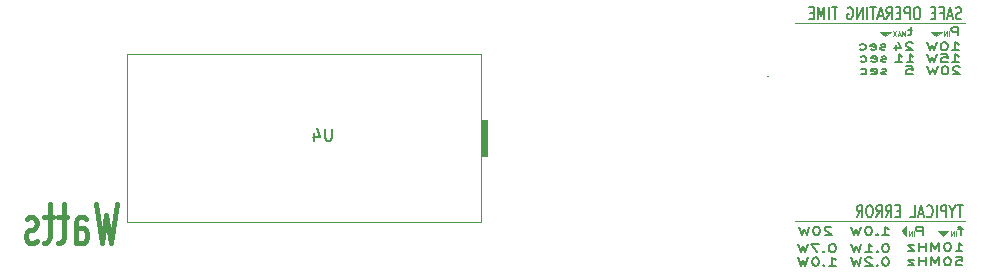
<source format=gbr>
%TF.GenerationSoftware,KiCad,Pcbnew,(5.1.6-0-10_14)*%
%TF.CreationDate,2021-03-20T12:43:37-06:00*%
%TF.ProjectId,rf_dummy_50ohm_20W,72665f64-756d-46d7-995f-35306f686d5f,rev?*%
%TF.SameCoordinates,Original*%
%TF.FileFunction,Legend,Bot*%
%TF.FilePolarity,Positive*%
%FSLAX46Y46*%
G04 Gerber Fmt 4.6, Leading zero omitted, Abs format (unit mm)*
G04 Created by KiCad (PCBNEW (5.1.6-0-10_14)) date 2021-03-20 12:43:37*
%MOMM*%
%LPD*%
G01*
G04 APERTURE LIST*
%ADD10C,0.120000*%
%ADD11C,0.100000*%
%ADD12C,0.150000*%
%ADD13C,0.075000*%
%ADD14C,0.130000*%
%ADD15C,0.175000*%
%ADD16C,0.400000*%
%ADD17O,1.700000X1.700000*%
%ADD18C,1.700000*%
%ADD19O,1.600000X1.600000*%
%ADD20R,1.600000X1.600000*%
%ADD21C,2.100000*%
%ADD22C,3.100000*%
%ADD23O,1.800000X1.800000*%
%ADD24R,1.800000X1.800000*%
G04 APERTURE END LIST*
D10*
X178816000Y-92265500D02*
X178879500Y-92265500D01*
D11*
G36*
X188849000Y-88900000D02*
G01*
X188404500Y-88519000D01*
X189293500Y-88519000D01*
X188849000Y-88900000D01*
G37*
X188849000Y-88900000D02*
X188404500Y-88519000D01*
X189293500Y-88519000D01*
X188849000Y-88900000D01*
D12*
X191132761Y-88369000D02*
X190751809Y-88369000D01*
X190989904Y-88135666D02*
X190989904Y-88735666D01*
X190942285Y-88802333D01*
X190847047Y-88835666D01*
X190751809Y-88835666D01*
D13*
X190550738Y-88890452D02*
X190550738Y-88490452D01*
X190417404Y-88776166D01*
X190284071Y-88490452D01*
X190284071Y-88890452D01*
X190112642Y-88776166D02*
X189922166Y-88776166D01*
X190150738Y-88890452D02*
X190017404Y-88490452D01*
X189884071Y-88890452D01*
X189788833Y-88490452D02*
X189522166Y-88890452D01*
X189522166Y-88490452D02*
X189788833Y-88890452D01*
D14*
X188917333Y-92104333D02*
X188822095Y-92137666D01*
X188631619Y-92137666D01*
X188536380Y-92104333D01*
X188488761Y-92037666D01*
X188488761Y-92004333D01*
X188536380Y-91937666D01*
X188631619Y-91904333D01*
X188774476Y-91904333D01*
X188869714Y-91871000D01*
X188917333Y-91804333D01*
X188917333Y-91771000D01*
X188869714Y-91704333D01*
X188774476Y-91671000D01*
X188631619Y-91671000D01*
X188536380Y-91704333D01*
X187679238Y-92104333D02*
X187774476Y-92137666D01*
X187964952Y-92137666D01*
X188060190Y-92104333D01*
X188107809Y-92037666D01*
X188107809Y-91771000D01*
X188060190Y-91704333D01*
X187964952Y-91671000D01*
X187774476Y-91671000D01*
X187679238Y-91704333D01*
X187631619Y-91771000D01*
X187631619Y-91837666D01*
X188107809Y-91904333D01*
X186774476Y-92104333D02*
X186869714Y-92137666D01*
X187060190Y-92137666D01*
X187155428Y-92104333D01*
X187203047Y-92071000D01*
X187250666Y-92004333D01*
X187250666Y-91804333D01*
X187203047Y-91737666D01*
X187155428Y-91704333D01*
X187060190Y-91671000D01*
X186869714Y-91671000D01*
X186774476Y-91704333D01*
X188917333Y-91024833D02*
X188822095Y-91058166D01*
X188631619Y-91058166D01*
X188536380Y-91024833D01*
X188488761Y-90958166D01*
X188488761Y-90924833D01*
X188536380Y-90858166D01*
X188631619Y-90824833D01*
X188774476Y-90824833D01*
X188869714Y-90791500D01*
X188917333Y-90724833D01*
X188917333Y-90691500D01*
X188869714Y-90624833D01*
X188774476Y-90591500D01*
X188631619Y-90591500D01*
X188536380Y-90624833D01*
X187679238Y-91024833D02*
X187774476Y-91058166D01*
X187964952Y-91058166D01*
X188060190Y-91024833D01*
X188107809Y-90958166D01*
X188107809Y-90691500D01*
X188060190Y-90624833D01*
X187964952Y-90591500D01*
X187774476Y-90591500D01*
X187679238Y-90624833D01*
X187631619Y-90691500D01*
X187631619Y-90758166D01*
X188107809Y-90824833D01*
X186774476Y-91024833D02*
X186869714Y-91058166D01*
X187060190Y-91058166D01*
X187155428Y-91024833D01*
X187203047Y-90991500D01*
X187250666Y-90924833D01*
X187250666Y-90724833D01*
X187203047Y-90658166D01*
X187155428Y-90624833D01*
X187060190Y-90591500D01*
X186869714Y-90591500D01*
X186774476Y-90624833D01*
X188853833Y-90008833D02*
X188758595Y-90042166D01*
X188568119Y-90042166D01*
X188472880Y-90008833D01*
X188425261Y-89942166D01*
X188425261Y-89908833D01*
X188472880Y-89842166D01*
X188568119Y-89808833D01*
X188710976Y-89808833D01*
X188806214Y-89775500D01*
X188853833Y-89708833D01*
X188853833Y-89675500D01*
X188806214Y-89608833D01*
X188710976Y-89575500D01*
X188568119Y-89575500D01*
X188472880Y-89608833D01*
X187615738Y-90008833D02*
X187710976Y-90042166D01*
X187901452Y-90042166D01*
X187996690Y-90008833D01*
X188044309Y-89942166D01*
X188044309Y-89675500D01*
X187996690Y-89608833D01*
X187901452Y-89575500D01*
X187710976Y-89575500D01*
X187615738Y-89608833D01*
X187568119Y-89675500D01*
X187568119Y-89742166D01*
X188044309Y-89808833D01*
X186710976Y-90008833D02*
X186806214Y-90042166D01*
X186996690Y-90042166D01*
X187091928Y-90008833D01*
X187139547Y-89975500D01*
X187187166Y-89908833D01*
X187187166Y-89708833D01*
X187139547Y-89642166D01*
X187091928Y-89608833D01*
X186996690Y-89575500D01*
X186806214Y-89575500D01*
X186710976Y-89608833D01*
D11*
G36*
X193167000Y-88900000D02*
G01*
X192722500Y-88519000D01*
X193611500Y-88519000D01*
X193167000Y-88900000D01*
G37*
X193167000Y-88900000D02*
X192722500Y-88519000D01*
X193611500Y-88519000D01*
X193167000Y-88900000D01*
D14*
X190632095Y-91437666D02*
X191108285Y-91437666D01*
X191155904Y-91771000D01*
X191108285Y-91737666D01*
X191013047Y-91704333D01*
X190774952Y-91704333D01*
X190679714Y-91737666D01*
X190632095Y-91771000D01*
X190584476Y-91837666D01*
X190584476Y-92004333D01*
X190632095Y-92071000D01*
X190679714Y-92104333D01*
X190774952Y-92137666D01*
X191013047Y-92137666D01*
X191108285Y-92104333D01*
X191155904Y-92071000D01*
X190647857Y-91121666D02*
X191219285Y-91121666D01*
X190933571Y-91121666D02*
X190933571Y-90421666D01*
X191028809Y-90521666D01*
X191124047Y-90588333D01*
X191219285Y-90621666D01*
X189695476Y-91121666D02*
X190266904Y-91121666D01*
X189981190Y-91121666D02*
X189981190Y-90421666D01*
X190076428Y-90521666D01*
X190171666Y-90588333D01*
X190266904Y-90621666D01*
X191155785Y-89472333D02*
X191108166Y-89439000D01*
X191012928Y-89405666D01*
X190774833Y-89405666D01*
X190679595Y-89439000D01*
X190631976Y-89472333D01*
X190584357Y-89539000D01*
X190584357Y-89605666D01*
X190631976Y-89705666D01*
X191203404Y-90105666D01*
X190584357Y-90105666D01*
X189727214Y-89639000D02*
X189727214Y-90105666D01*
X189965309Y-89372333D02*
X190203404Y-89872333D01*
X189584357Y-89872333D01*
D15*
X195135333Y-91504333D02*
X195087714Y-91471000D01*
X194992476Y-91437666D01*
X194754380Y-91437666D01*
X194659142Y-91471000D01*
X194611523Y-91504333D01*
X194563904Y-91571000D01*
X194563904Y-91637666D01*
X194611523Y-91737666D01*
X195182952Y-92137666D01*
X194563904Y-92137666D01*
X193944857Y-91437666D02*
X193849619Y-91437666D01*
X193754380Y-91471000D01*
X193706761Y-91504333D01*
X193659142Y-91571000D01*
X193611523Y-91704333D01*
X193611523Y-91871000D01*
X193659142Y-92004333D01*
X193706761Y-92071000D01*
X193754380Y-92104333D01*
X193849619Y-92137666D01*
X193944857Y-92137666D01*
X194040095Y-92104333D01*
X194087714Y-92071000D01*
X194135333Y-92004333D01*
X194182952Y-91871000D01*
X194182952Y-91704333D01*
X194135333Y-91571000D01*
X194087714Y-91504333D01*
X194040095Y-91471000D01*
X193944857Y-91437666D01*
X193278190Y-91437666D02*
X193040095Y-92137666D01*
X192849619Y-91637666D01*
X192659142Y-92137666D01*
X192421047Y-91437666D01*
D12*
X194990404Y-88835666D02*
X194990404Y-88135666D01*
X194609452Y-88135666D01*
X194514214Y-88169000D01*
X194466595Y-88202333D01*
X194418976Y-88269000D01*
X194418976Y-88369000D01*
X194466595Y-88435666D01*
X194514214Y-88469000D01*
X194609452Y-88502333D01*
X194990404Y-88502333D01*
D13*
X194265523Y-88890452D02*
X194265523Y-88490452D01*
X194075047Y-88890452D02*
X194075047Y-88490452D01*
X193846476Y-88890452D01*
X193846476Y-88490452D01*
D15*
X194500404Y-91121666D02*
X195071833Y-91121666D01*
X194786119Y-91121666D02*
X194786119Y-90421666D01*
X194881357Y-90521666D01*
X194976595Y-90588333D01*
X195071833Y-90621666D01*
X193595642Y-90421666D02*
X194071833Y-90421666D01*
X194119452Y-90755000D01*
X194071833Y-90721666D01*
X193976595Y-90688333D01*
X193738500Y-90688333D01*
X193643261Y-90721666D01*
X193595642Y-90755000D01*
X193548023Y-90821666D01*
X193548023Y-90988333D01*
X193595642Y-91055000D01*
X193643261Y-91088333D01*
X193738500Y-91121666D01*
X193976595Y-91121666D01*
X194071833Y-91088333D01*
X194119452Y-91055000D01*
X193214690Y-90421666D02*
X192976595Y-91121666D01*
X192786119Y-90621666D01*
X192595642Y-91121666D01*
X192357547Y-90421666D01*
X194500404Y-90105666D02*
X195071833Y-90105666D01*
X194786119Y-90105666D02*
X194786119Y-89405666D01*
X194881357Y-89505666D01*
X194976595Y-89572333D01*
X195071833Y-89605666D01*
X193881357Y-89405666D02*
X193786119Y-89405666D01*
X193690880Y-89439000D01*
X193643261Y-89472333D01*
X193595642Y-89539000D01*
X193548023Y-89672333D01*
X193548023Y-89839000D01*
X193595642Y-89972333D01*
X193643261Y-90039000D01*
X193690880Y-90072333D01*
X193786119Y-90105666D01*
X193881357Y-90105666D01*
X193976595Y-90072333D01*
X194024214Y-90039000D01*
X194071833Y-89972333D01*
X194119452Y-89839000D01*
X194119452Y-89672333D01*
X194071833Y-89539000D01*
X194024214Y-89472333D01*
X193976595Y-89439000D01*
X193881357Y-89405666D01*
X193214690Y-89405666D02*
X192976595Y-90105666D01*
X192786119Y-89605666D01*
X192595642Y-90105666D01*
X192357547Y-89405666D01*
D10*
X195580000Y-87757000D02*
X181229000Y-87757000D01*
D11*
G36*
X193738500Y-105791000D02*
G01*
X193294000Y-105410000D01*
X194183000Y-105410000D01*
X193738500Y-105791000D01*
G37*
X193738500Y-105791000D02*
X193294000Y-105410000D01*
X194183000Y-105410000D01*
X193738500Y-105791000D01*
G36*
X190627000Y-105854500D02*
G01*
X190246000Y-105410000D01*
X190627000Y-104965500D01*
X190627000Y-105854500D01*
G37*
X190627000Y-105854500D02*
X190246000Y-105410000D01*
X190627000Y-104965500D01*
X190627000Y-105854500D01*
D12*
X195387261Y-105260000D02*
X195006309Y-105260000D01*
X195244404Y-105726666D02*
X195244404Y-105126666D01*
X195196785Y-105060000D01*
X195101547Y-105026666D01*
X195006309Y-105026666D01*
D13*
X194837023Y-105781452D02*
X194837023Y-105381452D01*
X194646547Y-105781452D02*
X194646547Y-105381452D01*
X194417976Y-105781452D01*
X194417976Y-105381452D01*
X191281023Y-105781452D02*
X191281023Y-105381452D01*
X191090547Y-105781452D02*
X191090547Y-105381452D01*
X190861976Y-105781452D01*
X190861976Y-105381452D01*
D12*
X192005904Y-105726666D02*
X192005904Y-105026666D01*
X191624952Y-105026666D01*
X191529714Y-105060000D01*
X191482095Y-105093333D01*
X191434476Y-105160000D01*
X191434476Y-105260000D01*
X191482095Y-105326666D01*
X191529714Y-105360000D01*
X191624952Y-105393333D01*
X192005904Y-105393333D01*
D10*
X195580000Y-104521000D02*
X181229000Y-104521000D01*
D14*
X184075404Y-108330166D02*
X184646833Y-108330166D01*
X184361119Y-108330166D02*
X184361119Y-107630166D01*
X184456357Y-107730166D01*
X184551595Y-107796833D01*
X184646833Y-107830166D01*
X183646833Y-108263500D02*
X183599214Y-108296833D01*
X183646833Y-108330166D01*
X183694452Y-108296833D01*
X183646833Y-108263500D01*
X183646833Y-108330166D01*
X182980166Y-107630166D02*
X182884928Y-107630166D01*
X182789690Y-107663500D01*
X182742071Y-107696833D01*
X182694452Y-107763500D01*
X182646833Y-107896833D01*
X182646833Y-108063500D01*
X182694452Y-108196833D01*
X182742071Y-108263500D01*
X182789690Y-108296833D01*
X182884928Y-108330166D01*
X182980166Y-108330166D01*
X183075404Y-108296833D01*
X183123023Y-108263500D01*
X183170642Y-108196833D01*
X183218261Y-108063500D01*
X183218261Y-107896833D01*
X183170642Y-107763500D01*
X183123023Y-107696833D01*
X183075404Y-107663500D01*
X182980166Y-107630166D01*
X182313500Y-107630166D02*
X182075404Y-108330166D01*
X181884928Y-107830166D01*
X181694452Y-108330166D01*
X181456357Y-107630166D01*
X188917238Y-107630166D02*
X188822000Y-107630166D01*
X188726761Y-107663500D01*
X188679142Y-107696833D01*
X188631523Y-107763500D01*
X188583904Y-107896833D01*
X188583904Y-108063500D01*
X188631523Y-108196833D01*
X188679142Y-108263500D01*
X188726761Y-108296833D01*
X188822000Y-108330166D01*
X188917238Y-108330166D01*
X189012476Y-108296833D01*
X189060095Y-108263500D01*
X189107714Y-108196833D01*
X189155333Y-108063500D01*
X189155333Y-107896833D01*
X189107714Y-107763500D01*
X189060095Y-107696833D01*
X189012476Y-107663500D01*
X188917238Y-107630166D01*
X188155333Y-108263500D02*
X188107714Y-108296833D01*
X188155333Y-108330166D01*
X188202952Y-108296833D01*
X188155333Y-108263500D01*
X188155333Y-108330166D01*
X187726761Y-107696833D02*
X187679142Y-107663500D01*
X187583904Y-107630166D01*
X187345809Y-107630166D01*
X187250571Y-107663500D01*
X187202952Y-107696833D01*
X187155333Y-107763500D01*
X187155333Y-107830166D01*
X187202952Y-107930166D01*
X187774380Y-108330166D01*
X187155333Y-108330166D01*
X186822000Y-107630166D02*
X186583904Y-108330166D01*
X186393428Y-107830166D01*
X186202952Y-108330166D01*
X185964857Y-107630166D01*
X184408738Y-106487166D02*
X184313500Y-106487166D01*
X184218261Y-106520500D01*
X184170642Y-106553833D01*
X184123023Y-106620500D01*
X184075404Y-106753833D01*
X184075404Y-106920500D01*
X184123023Y-107053833D01*
X184170642Y-107120500D01*
X184218261Y-107153833D01*
X184313500Y-107187166D01*
X184408738Y-107187166D01*
X184503976Y-107153833D01*
X184551595Y-107120500D01*
X184599214Y-107053833D01*
X184646833Y-106920500D01*
X184646833Y-106753833D01*
X184599214Y-106620500D01*
X184551595Y-106553833D01*
X184503976Y-106520500D01*
X184408738Y-106487166D01*
X183646833Y-107120500D02*
X183599214Y-107153833D01*
X183646833Y-107187166D01*
X183694452Y-107153833D01*
X183646833Y-107120500D01*
X183646833Y-107187166D01*
X183265880Y-106487166D02*
X182599214Y-106487166D01*
X183027785Y-107187166D01*
X182313500Y-106487166D02*
X182075404Y-107187166D01*
X181884928Y-106687166D01*
X181694452Y-107187166D01*
X181456357Y-106487166D01*
X188917238Y-106487166D02*
X188822000Y-106487166D01*
X188726761Y-106520500D01*
X188679142Y-106553833D01*
X188631523Y-106620500D01*
X188583904Y-106753833D01*
X188583904Y-106920500D01*
X188631523Y-107053833D01*
X188679142Y-107120500D01*
X188726761Y-107153833D01*
X188822000Y-107187166D01*
X188917238Y-107187166D01*
X189012476Y-107153833D01*
X189060095Y-107120500D01*
X189107714Y-107053833D01*
X189155333Y-106920500D01*
X189155333Y-106753833D01*
X189107714Y-106620500D01*
X189060095Y-106553833D01*
X189012476Y-106520500D01*
X188917238Y-106487166D01*
X188155333Y-107120500D02*
X188107714Y-107153833D01*
X188155333Y-107187166D01*
X188202952Y-107153833D01*
X188155333Y-107120500D01*
X188155333Y-107187166D01*
X187155333Y-107187166D02*
X187726761Y-107187166D01*
X187441047Y-107187166D02*
X187441047Y-106487166D01*
X187536285Y-106587166D01*
X187631523Y-106653833D01*
X187726761Y-106687166D01*
X186822000Y-106487166D02*
X186583904Y-107187166D01*
X186393428Y-106687166D01*
X186202952Y-107187166D01*
X185964857Y-106487166D01*
D15*
X184276833Y-105093333D02*
X184229214Y-105060000D01*
X184133976Y-105026666D01*
X183895880Y-105026666D01*
X183800642Y-105060000D01*
X183753023Y-105093333D01*
X183705404Y-105160000D01*
X183705404Y-105226666D01*
X183753023Y-105326666D01*
X184324452Y-105726666D01*
X183705404Y-105726666D01*
X183086357Y-105026666D02*
X182991119Y-105026666D01*
X182895880Y-105060000D01*
X182848261Y-105093333D01*
X182800642Y-105160000D01*
X182753023Y-105293333D01*
X182753023Y-105460000D01*
X182800642Y-105593333D01*
X182848261Y-105660000D01*
X182895880Y-105693333D01*
X182991119Y-105726666D01*
X183086357Y-105726666D01*
X183181595Y-105693333D01*
X183229214Y-105660000D01*
X183276833Y-105593333D01*
X183324452Y-105460000D01*
X183324452Y-105293333D01*
X183276833Y-105160000D01*
X183229214Y-105093333D01*
X183181595Y-105060000D01*
X183086357Y-105026666D01*
X182419690Y-105026666D02*
X182181595Y-105726666D01*
X181991119Y-105226666D01*
X181800642Y-105726666D01*
X181562547Y-105026666D01*
X188579000Y-105726666D02*
X189150428Y-105726666D01*
X188864714Y-105726666D02*
X188864714Y-105026666D01*
X188959952Y-105126666D01*
X189055190Y-105193333D01*
X189150428Y-105226666D01*
X188150428Y-105660000D02*
X188102809Y-105693333D01*
X188150428Y-105726666D01*
X188198047Y-105693333D01*
X188150428Y-105660000D01*
X188150428Y-105726666D01*
X187483761Y-105026666D02*
X187388523Y-105026666D01*
X187293285Y-105060000D01*
X187245666Y-105093333D01*
X187198047Y-105160000D01*
X187150428Y-105293333D01*
X187150428Y-105460000D01*
X187198047Y-105593333D01*
X187245666Y-105660000D01*
X187293285Y-105693333D01*
X187388523Y-105726666D01*
X187483761Y-105726666D01*
X187579000Y-105693333D01*
X187626619Y-105660000D01*
X187674238Y-105593333D01*
X187721857Y-105460000D01*
X187721857Y-105293333D01*
X187674238Y-105160000D01*
X187626619Y-105093333D01*
X187579000Y-105060000D01*
X187483761Y-105026666D01*
X186817095Y-105026666D02*
X186579000Y-105726666D01*
X186388523Y-105226666D01*
X186198047Y-105726666D01*
X185959952Y-105026666D01*
X194793976Y-107082666D02*
X195365404Y-107082666D01*
X195079690Y-107082666D02*
X195079690Y-106382666D01*
X195174928Y-106482666D01*
X195270166Y-106549333D01*
X195365404Y-106582666D01*
X194174928Y-106382666D02*
X194079690Y-106382666D01*
X193984452Y-106416000D01*
X193936833Y-106449333D01*
X193889214Y-106516000D01*
X193841595Y-106649333D01*
X193841595Y-106816000D01*
X193889214Y-106949333D01*
X193936833Y-107016000D01*
X193984452Y-107049333D01*
X194079690Y-107082666D01*
X194174928Y-107082666D01*
X194270166Y-107049333D01*
X194317785Y-107016000D01*
X194365404Y-106949333D01*
X194413023Y-106816000D01*
X194413023Y-106649333D01*
X194365404Y-106516000D01*
X194317785Y-106449333D01*
X194270166Y-106416000D01*
X194174928Y-106382666D01*
X193413023Y-107082666D02*
X193413023Y-106382666D01*
X193079690Y-106882666D01*
X192746357Y-106382666D01*
X192746357Y-107082666D01*
X192270166Y-107082666D02*
X192270166Y-106382666D01*
X192270166Y-106716000D02*
X191698738Y-106716000D01*
X191698738Y-107082666D02*
X191698738Y-106382666D01*
X191317785Y-106616000D02*
X190793976Y-106616000D01*
X191317785Y-107082666D01*
X190793976Y-107082666D01*
X194841595Y-107607666D02*
X195317785Y-107607666D01*
X195365404Y-107941000D01*
X195317785Y-107907666D01*
X195222547Y-107874333D01*
X194984452Y-107874333D01*
X194889214Y-107907666D01*
X194841595Y-107941000D01*
X194793976Y-108007666D01*
X194793976Y-108174333D01*
X194841595Y-108241000D01*
X194889214Y-108274333D01*
X194984452Y-108307666D01*
X195222547Y-108307666D01*
X195317785Y-108274333D01*
X195365404Y-108241000D01*
X194174928Y-107607666D02*
X194079690Y-107607666D01*
X193984452Y-107641000D01*
X193936833Y-107674333D01*
X193889214Y-107741000D01*
X193841595Y-107874333D01*
X193841595Y-108041000D01*
X193889214Y-108174333D01*
X193936833Y-108241000D01*
X193984452Y-108274333D01*
X194079690Y-108307666D01*
X194174928Y-108307666D01*
X194270166Y-108274333D01*
X194317785Y-108241000D01*
X194365404Y-108174333D01*
X194413023Y-108041000D01*
X194413023Y-107874333D01*
X194365404Y-107741000D01*
X194317785Y-107674333D01*
X194270166Y-107641000D01*
X194174928Y-107607666D01*
X193413023Y-108307666D02*
X193413023Y-107607666D01*
X193079690Y-108107666D01*
X192746357Y-107607666D01*
X192746357Y-108307666D01*
X192270166Y-108307666D02*
X192270166Y-107607666D01*
X192270166Y-107941000D02*
X191698738Y-107941000D01*
X191698738Y-108307666D02*
X191698738Y-107607666D01*
X191317785Y-107841000D02*
X190793976Y-107841000D01*
X191317785Y-108307666D01*
X190793976Y-108307666D01*
D12*
X195406309Y-103211380D02*
X194949166Y-103211380D01*
X195177738Y-104211380D02*
X195177738Y-103211380D01*
X194530119Y-103735190D02*
X194530119Y-104211380D01*
X194796785Y-103211380D02*
X194530119Y-103735190D01*
X194263452Y-103211380D01*
X193996785Y-104211380D02*
X193996785Y-103211380D01*
X193692023Y-103211380D01*
X193615833Y-103259000D01*
X193577738Y-103306619D01*
X193539642Y-103401857D01*
X193539642Y-103544714D01*
X193577738Y-103639952D01*
X193615833Y-103687571D01*
X193692023Y-103735190D01*
X193996785Y-103735190D01*
X193196785Y-104211380D02*
X193196785Y-103211380D01*
X192358690Y-104116142D02*
X192396785Y-104163761D01*
X192511071Y-104211380D01*
X192587261Y-104211380D01*
X192701547Y-104163761D01*
X192777738Y-104068523D01*
X192815833Y-103973285D01*
X192853928Y-103782809D01*
X192853928Y-103639952D01*
X192815833Y-103449476D01*
X192777738Y-103354238D01*
X192701547Y-103259000D01*
X192587261Y-103211380D01*
X192511071Y-103211380D01*
X192396785Y-103259000D01*
X192358690Y-103306619D01*
X192053928Y-103925666D02*
X191672976Y-103925666D01*
X192130119Y-104211380D02*
X191863452Y-103211380D01*
X191596785Y-104211380D01*
X190949166Y-104211380D02*
X191330119Y-104211380D01*
X191330119Y-103211380D01*
X190072976Y-103687571D02*
X189806309Y-103687571D01*
X189692023Y-104211380D02*
X190072976Y-104211380D01*
X190072976Y-103211380D01*
X189692023Y-103211380D01*
X188892023Y-104211380D02*
X189158690Y-103735190D01*
X189349166Y-104211380D02*
X189349166Y-103211380D01*
X189044404Y-103211380D01*
X188968214Y-103259000D01*
X188930119Y-103306619D01*
X188892023Y-103401857D01*
X188892023Y-103544714D01*
X188930119Y-103639952D01*
X188968214Y-103687571D01*
X189044404Y-103735190D01*
X189349166Y-103735190D01*
X188092023Y-104211380D02*
X188358690Y-103735190D01*
X188549166Y-104211380D02*
X188549166Y-103211380D01*
X188244404Y-103211380D01*
X188168214Y-103259000D01*
X188130119Y-103306619D01*
X188092023Y-103401857D01*
X188092023Y-103544714D01*
X188130119Y-103639952D01*
X188168214Y-103687571D01*
X188244404Y-103735190D01*
X188549166Y-103735190D01*
X187596785Y-103211380D02*
X187444404Y-103211380D01*
X187368214Y-103259000D01*
X187292023Y-103354238D01*
X187253928Y-103544714D01*
X187253928Y-103878047D01*
X187292023Y-104068523D01*
X187368214Y-104163761D01*
X187444404Y-104211380D01*
X187596785Y-104211380D01*
X187672976Y-104163761D01*
X187749166Y-104068523D01*
X187787261Y-103878047D01*
X187787261Y-103544714D01*
X187749166Y-103354238D01*
X187672976Y-103259000D01*
X187596785Y-103211380D01*
X186453928Y-104211380D02*
X186720595Y-103735190D01*
X186911071Y-104211380D02*
X186911071Y-103211380D01*
X186606309Y-103211380D01*
X186530119Y-103259000D01*
X186492023Y-103306619D01*
X186453928Y-103401857D01*
X186453928Y-103544714D01*
X186492023Y-103639952D01*
X186530119Y-103687571D01*
X186606309Y-103735190D01*
X186911071Y-103735190D01*
X195266619Y-87399761D02*
X195152333Y-87447380D01*
X194961857Y-87447380D01*
X194885666Y-87399761D01*
X194847571Y-87352142D01*
X194809476Y-87256904D01*
X194809476Y-87161666D01*
X194847571Y-87066428D01*
X194885666Y-87018809D01*
X194961857Y-86971190D01*
X195114238Y-86923571D01*
X195190428Y-86875952D01*
X195228523Y-86828333D01*
X195266619Y-86733095D01*
X195266619Y-86637857D01*
X195228523Y-86542619D01*
X195190428Y-86495000D01*
X195114238Y-86447380D01*
X194923761Y-86447380D01*
X194809476Y-86495000D01*
X194504714Y-87161666D02*
X194123761Y-87161666D01*
X194580904Y-87447380D02*
X194314238Y-86447380D01*
X194047571Y-87447380D01*
X193514238Y-86923571D02*
X193780904Y-86923571D01*
X193780904Y-87447380D02*
X193780904Y-86447380D01*
X193399952Y-86447380D01*
X193095190Y-86923571D02*
X192828523Y-86923571D01*
X192714238Y-87447380D02*
X193095190Y-87447380D01*
X193095190Y-86447380D01*
X192714238Y-86447380D01*
X191609476Y-86447380D02*
X191457095Y-86447380D01*
X191380904Y-86495000D01*
X191304714Y-86590238D01*
X191266619Y-86780714D01*
X191266619Y-87114047D01*
X191304714Y-87304523D01*
X191380904Y-87399761D01*
X191457095Y-87447380D01*
X191609476Y-87447380D01*
X191685666Y-87399761D01*
X191761857Y-87304523D01*
X191799952Y-87114047D01*
X191799952Y-86780714D01*
X191761857Y-86590238D01*
X191685666Y-86495000D01*
X191609476Y-86447380D01*
X190923761Y-87447380D02*
X190923761Y-86447380D01*
X190619000Y-86447380D01*
X190542809Y-86495000D01*
X190504714Y-86542619D01*
X190466619Y-86637857D01*
X190466619Y-86780714D01*
X190504714Y-86875952D01*
X190542809Y-86923571D01*
X190619000Y-86971190D01*
X190923761Y-86971190D01*
X190123761Y-86923571D02*
X189857095Y-86923571D01*
X189742809Y-87447380D02*
X190123761Y-87447380D01*
X190123761Y-86447380D01*
X189742809Y-86447380D01*
X188942809Y-87447380D02*
X189209476Y-86971190D01*
X189399952Y-87447380D02*
X189399952Y-86447380D01*
X189095190Y-86447380D01*
X189019000Y-86495000D01*
X188980904Y-86542619D01*
X188942809Y-86637857D01*
X188942809Y-86780714D01*
X188980904Y-86875952D01*
X189019000Y-86923571D01*
X189095190Y-86971190D01*
X189399952Y-86971190D01*
X188638047Y-87161666D02*
X188257095Y-87161666D01*
X188714238Y-87447380D02*
X188447571Y-86447380D01*
X188180904Y-87447380D01*
X188028523Y-86447380D02*
X187571380Y-86447380D01*
X187799952Y-87447380D02*
X187799952Y-86447380D01*
X187304714Y-87447380D02*
X187304714Y-86447380D01*
X186923761Y-87447380D02*
X186923761Y-86447380D01*
X186466619Y-87447380D01*
X186466619Y-86447380D01*
X185666619Y-86495000D02*
X185742809Y-86447380D01*
X185857095Y-86447380D01*
X185971380Y-86495000D01*
X186047571Y-86590238D01*
X186085666Y-86685476D01*
X186123761Y-86875952D01*
X186123761Y-87018809D01*
X186085666Y-87209285D01*
X186047571Y-87304523D01*
X185971380Y-87399761D01*
X185857095Y-87447380D01*
X185780904Y-87447380D01*
X185666619Y-87399761D01*
X185628523Y-87352142D01*
X185628523Y-87018809D01*
X185780904Y-87018809D01*
X184790428Y-86447380D02*
X184333285Y-86447380D01*
X184561857Y-87447380D02*
X184561857Y-86447380D01*
X184066619Y-87447380D02*
X184066619Y-86447380D01*
X183685666Y-87447380D02*
X183685666Y-86447380D01*
X183419000Y-87161666D01*
X183152333Y-86447380D01*
X183152333Y-87447380D01*
X182771380Y-86923571D02*
X182504714Y-86923571D01*
X182390428Y-87447380D02*
X182771380Y-87447380D01*
X182771380Y-86447380D01*
X182390428Y-86447380D01*
D16*
X123788000Y-103094857D02*
X123288000Y-106394857D01*
X122888000Y-104037714D01*
X122488000Y-106394857D01*
X121988000Y-103094857D01*
X120288000Y-106394857D02*
X120288000Y-104666285D01*
X120388000Y-104352000D01*
X120588000Y-104194857D01*
X120988000Y-104194857D01*
X121188000Y-104352000D01*
X120288000Y-106237714D02*
X120488000Y-106394857D01*
X120988000Y-106394857D01*
X121188000Y-106237714D01*
X121288000Y-105923428D01*
X121288000Y-105609142D01*
X121188000Y-105294857D01*
X120988000Y-105137714D01*
X120488000Y-105137714D01*
X120288000Y-104980571D01*
X119588000Y-104194857D02*
X118788000Y-104194857D01*
X119288000Y-103094857D02*
X119288000Y-105923428D01*
X119188000Y-106237714D01*
X118988000Y-106394857D01*
X118788000Y-106394857D01*
X118388000Y-104194857D02*
X117588000Y-104194857D01*
X118088000Y-103094857D02*
X118088000Y-105923428D01*
X117988000Y-106237714D01*
X117788000Y-106394857D01*
X117588000Y-106394857D01*
X116988000Y-106237714D02*
X116788000Y-106394857D01*
X116388000Y-106394857D01*
X116188000Y-106237714D01*
X116088000Y-105923428D01*
X116088000Y-105766285D01*
X116188000Y-105452000D01*
X116388000Y-105294857D01*
X116688000Y-105294857D01*
X116888000Y-105137714D01*
X116988000Y-104823428D01*
X116988000Y-104666285D01*
X116888000Y-104352000D01*
X116688000Y-104194857D01*
X116388000Y-104194857D01*
X116188000Y-104352000D01*
D10*
%TO.C,U4*%
X154623762Y-90399500D02*
X154623762Y-104623500D01*
X124651762Y-90399500D02*
X154623762Y-90399500D01*
X124651762Y-104623500D02*
X124651762Y-90399500D01*
X154623762Y-104623500D02*
X124651762Y-104623500D01*
D11*
G36*
X154623762Y-99035500D02*
G01*
X155131762Y-99035500D01*
X155131762Y-95987500D01*
X154623762Y-95987500D01*
X154623762Y-99035500D01*
G37*
X154623762Y-99035500D02*
X155131762Y-99035500D01*
X155131762Y-95987500D01*
X154623762Y-95987500D01*
X154623762Y-99035500D01*
D12*
X141985904Y-96734380D02*
X141985904Y-97543904D01*
X141938285Y-97639142D01*
X141890666Y-97686761D01*
X141795428Y-97734380D01*
X141604952Y-97734380D01*
X141509714Y-97686761D01*
X141462095Y-97639142D01*
X141414476Y-97543904D01*
X141414476Y-96734380D01*
X140509714Y-97067714D02*
X140509714Y-97734380D01*
X140747809Y-96686761D02*
X140985904Y-97401047D01*
X140366857Y-97401047D01*
%TD*%
%LPC*%
D17*
%TO.C,R10*%
X128016000Y-95123000D03*
D18*
X120396000Y-95123000D03*
%TD*%
D17*
%TO.C,R9*%
X128016000Y-91948000D03*
D18*
X120396000Y-91948000D03*
%TD*%
D17*
%TO.C,R8*%
X120396000Y-98298000D03*
D18*
X128016000Y-98298000D03*
%TD*%
D17*
%TO.C,R7*%
X117475000Y-100711000D03*
D18*
X117475000Y-108331000D03*
%TD*%
D17*
%TO.C,R6*%
X120396000Y-101473000D03*
D18*
X128016000Y-101473000D03*
%TD*%
%TO.C,C4*%
X151511000Y-101052000D03*
X151511000Y-98552000D03*
%TD*%
%TO.C,C5*%
X148336000Y-101052000D03*
X148336000Y-98552000D03*
%TD*%
D17*
%TO.C,R5*%
X161544000Y-103886000D03*
D18*
X161544000Y-96266000D03*
%TD*%
D17*
%TO.C,R4*%
X156591000Y-94361000D03*
D18*
X148971000Y-94361000D03*
%TD*%
D17*
%TO.C,R3*%
X156591000Y-91313000D03*
D18*
X148971000Y-91313000D03*
%TD*%
D19*
%TO.C,D1*%
X167259000Y-107696000D03*
D20*
X159639000Y-107696000D03*
%TD*%
D18*
%TO.C,C2*%
X158369000Y-104394000D03*
X155869000Y-104394000D03*
%TD*%
D19*
%TO.C,D3*%
X164211000Y-104013000D03*
D20*
X164211000Y-96393000D03*
%TD*%
D21*
%TO.C,U4*%
X125667762Y-88461500D03*
X128207762Y-88461500D03*
X130747762Y-88461500D03*
X133287762Y-88461500D03*
X135827762Y-88461500D03*
X138367762Y-88461500D03*
X140907762Y-88461500D03*
X143447762Y-88461500D03*
X145987762Y-88461500D03*
X148527762Y-88461500D03*
X151067762Y-88461500D03*
X153607762Y-88461500D03*
X153607762Y-106561500D03*
X151067762Y-106561500D03*
X148527762Y-106561500D03*
X145987762Y-106561500D03*
X143447762Y-106561500D03*
X140907762Y-106561500D03*
X138367762Y-106561500D03*
X135827762Y-106561500D03*
X133287762Y-106561500D03*
X130747762Y-106561500D03*
X128207762Y-106561500D03*
X125667762Y-106561500D03*
%TD*%
D22*
%TO.C,J1*%
X177628000Y-100875000D03*
X174498000Y-97745000D03*
X171368000Y-100875000D03*
X177628000Y-94615000D03*
X171368000Y-94615000D03*
%TD*%
D23*
%TO.C,J2*%
X117475000Y-87503000D03*
X117475000Y-90043000D03*
X117475000Y-92583000D03*
X117475000Y-95123000D03*
D24*
X117475000Y-97663000D03*
%TD*%
D19*
%TO.C,D2*%
X167386000Y-104013000D03*
D20*
X167386000Y-96393000D03*
%TD*%
D18*
%TO.C,C3*%
X166370000Y-87884000D03*
X166370000Y-92884000D03*
%TD*%
%TO.C,C1*%
X161925000Y-87837000D03*
X161925000Y-92837000D03*
%TD*%
M02*

</source>
